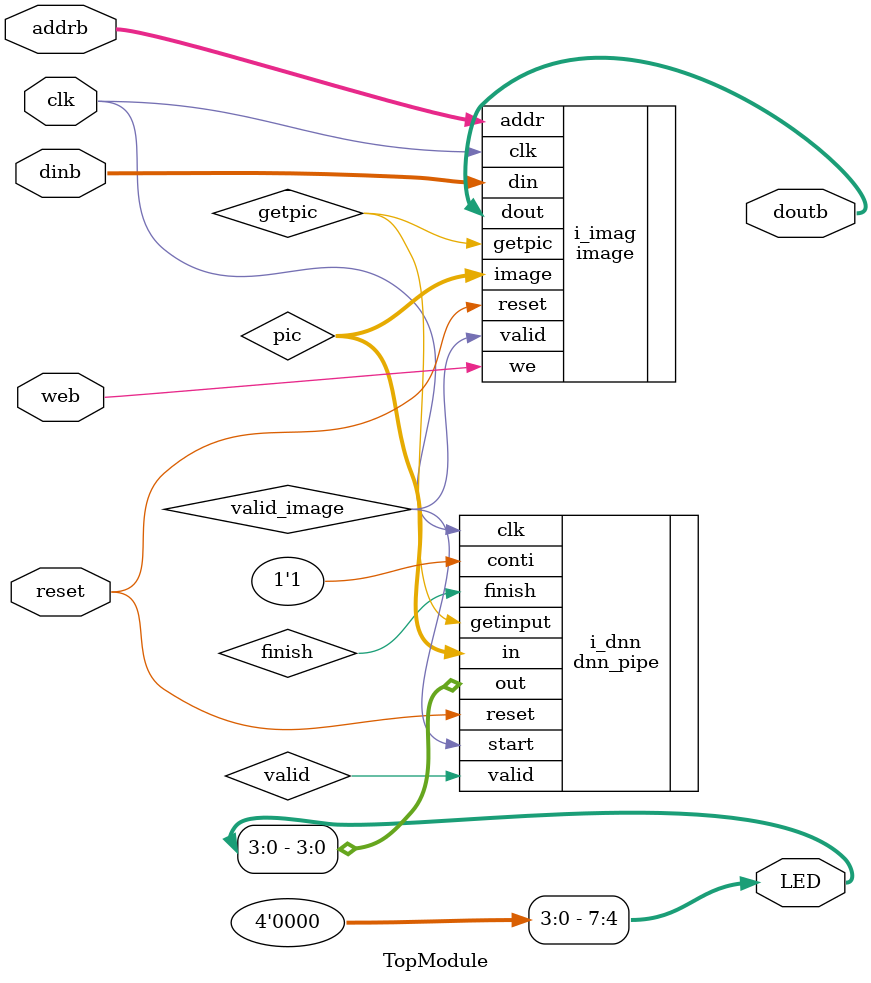
<source format=v>
`timescale 1ns / 1ps
module TopModule(clk,reset,addrb,web,dinb,doutb,LED);

parameter WIDTH = 8;
parameter PIX_W = 28;
parameter PIX_H = 28;
parameter OUTNODE = 10;

input clk;
input reset;
input [7:0] addrb;
input web;
input [31:0] dinb;
output [31:0] doutb;
output [7:0] LED;

wire [WIDTH*PIX_H*PIX_W-1:0] pic;
wire [$clog2(OUTNODE)-1:0] out;
wire valid, valid_image;
wire [WIDTH*OUTNODE-1:0] out12;
wire finish;
wire getpic;
assign LED[7:4] = 0;

image #(.WIDTH(WIDTH),.PIX_W(PIX_W), .PIX_H(PIX_H)) i_imag(.clk(clk), .reset(reset), .we(web), .addr(addrb), .din(dinb), .dout(doutb), .image(pic), .valid(valid_image), .getpic(getpic));
dnn_pipe #(.WIDTH(WIDTH), .INNODE(PIX_W*PIX_H), .OUTNODE(OUTNODE)) i_dnn(.clk(clk), .reset(reset), .in(pic), .out(LED[3:0]), .start(valid_image), .valid(valid), .finish(finish), .conti(1'b1), .getinput(getpic));
//SevenSegment i_seg(.clk(clk), .reset(reset), .num(out), .seg(SEG), .valid(valid));

endmodule

</source>
